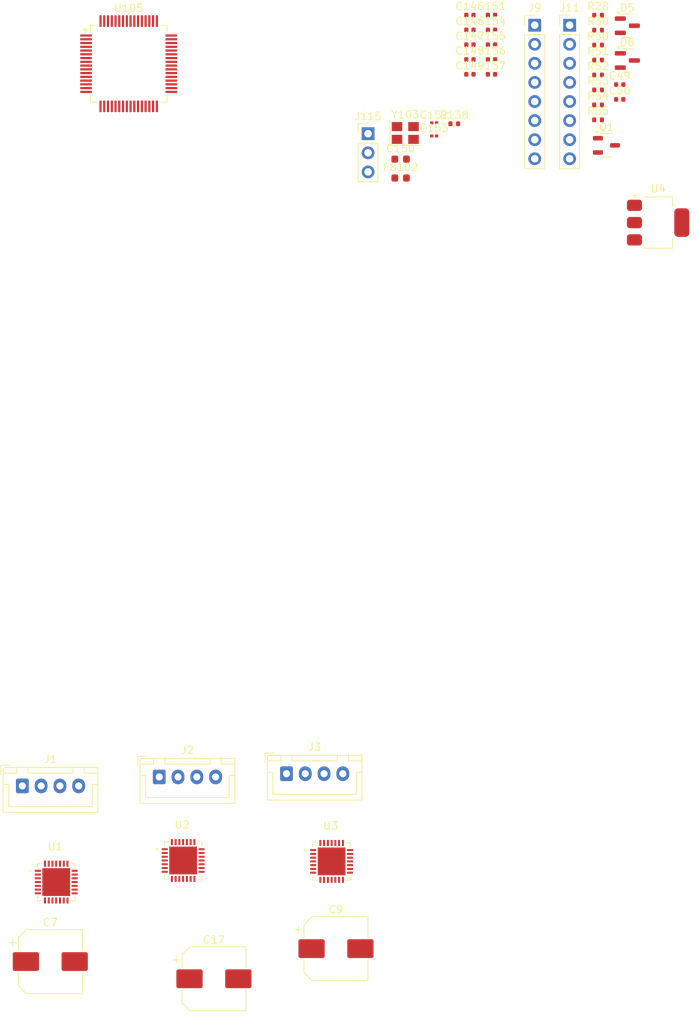
<source format=kicad_pcb>
(kicad_pcb (version 20241229) (generator "pcbnew") (generator_version "9.0")
  (layers (0 "F.Cu" signal) (2 "B.Cu" signal) (13 "F.Paste" user) (15 "B.Paste" user) (5 "F.SilkS" user "F.Silkscreen") (7 "B.SilkS" user "B.Silkscreen") (1 "F.Mask" user) (3 "B.Mask" user) (25 "Edge.Cuts" user))
  (net 0 "")
  (net 1 "+24V")
  (net 2 "GND")
  (net 3 "/heated-bed/BED_THERM_1")
  (net 4 "/heated-bed/BED_THERM_2")
  (net 5 "Net-(U105-PF0)")
  (net 6 "Net-(U105-PF1)")
  (net 7 "Net-(C147-Pad2)")
  (net 8 "+3V3")
  (net 9 "Net-(SW101-B)")
  (net 10 "+3V3A")
  (net 11 "Net-(D5-K-Pad3)")
  (net 12 "Net-(D6-K-Pad3)")
  (net 13 "Net-(J8-Pin_5)")
  (net 14 "Net-(J8-Pin_6)")
  (net 15 "Net-(J8-Pin_7)")
  (net 16 "Net-(J8-Pin_3)")
  (net 17 "Net-(J8-Pin_4)")
  (net 18 "Net-(J8-Pin_8)")
  (net 19 "Net-(J8-Pin_1)")
  (net 20 "Net-(J8-Pin_2)")
  (net 21 "+5V")
  (net 22 "/heated-bed/HEATED_BED-")
  (net 23 "5v")
  (net 24 "/heated-bed/10k_THB_INP")
  (net 25 "/heated-bed/100k_THB_INP")
  (net 26 "Net-(J115-Pin_2)")
  (net 27 "Net-(Q1-G)")
  (net 28 "/heated-bed/HEATED_BED_PWM")
  (net 29 "Net-(U105-PB8)")
  (net 33 "/drivers/MC_STEP")
  (net 34 "/computeboard/MB_UART_RX")
  (net 35 "/mcu/gpioPB7")
  (net 36 "/mcu/gpioPB12")
  (net 38 "/drivers/MA_ENABLE")
  (net 39 "/computeboard/MB_UART_TX")
  (net 40 "/mcu/gpioPB13")
  (net 41 "/drivers/MA_UART")
  (net 42 "/drivers/MA_DIR")
  (net 43 "/mcu/gpioPB11")
  (net 44 "/mcu/gpioPB15")
  (net 45 "/mcu/gpioPC15")
  (net 47 "/computeboard/MB_USB-")
  (net 48 "/mcu/gpioPB4")
  (net 50 "/drivers/MB_ENABLE")
  (net 51 "/computeboard/MB_USB+")
  (net 52 "/drivers/MC_DIAG")
  (net 53 "/mcu/I2C_SDA")
  (net 56 "/mcu/gpioPB6")
  (net 57 "/drivers/MB_DIR")
  (net 58 "/mcu/MT_UART_RX")
  (net 59 "/mcu/gpioPB3")
  (net 60 "/drivers/MA_DIAG")
  (net 61 "/drivers/MA_STEP")
  (net 62 "/drivers/MB_STEP")
  (net 63 "/mcu/FAN0_TACH")
  (net 64 "/mcu/gpioPC13")
  (net 65 "/mcu/gpioPB5")
  (net 66 "/mcu/I2C_SCL")
  (net 67 "/drivers/MB_DIAG")
  (net 69 "/drivers/MC_ENABLE")
  (net 70 "/mcu/FAN1_TACH")
  (net 71 "/mcu/gpioPC14")
  (net 73 "/mcu/FAN1_PWM")
  (net 76 "/drivers/MC_DIR")
  (net 77 "/mcu/FAN0_PWM")
  (net 78 "Net-(U1-CLK)")
  (net 81 "Net-(U1-BRB)")
  (net 82 "Net-(J1-Pin_4)")
  (net 84 "Net-(U1-DIAG)")
  (net 85 "Net-(J1-Pin_3)")
  (net 86 "Net-(U1-VCP)")
  (net 87 "Net-(U1-CPI)")
  (net 88 "Net-(U1-STEP)")
  (net 90 "Net-(J1-Pin_1)")
  (net 92 "Net-(J1-Pin_2)")
  (net 93 "Net-(U1-DIR)")
  (net 94 "Net-(U1-BRA)")
  (net 95 "Net-(U1-CPO)")
  (net 96 "Net-(U1-~{EN})")
  (net 97 "Net-(J2-Pin_3)")
  (net 99 "Net-(U2-BRA)")
  (net 100 "Net-(U2-DIAG)")
  (net 101 "Net-(U2-STEP)")
  (net 102 "Net-(J2-Pin_4)")
  (net 104 "Net-(U2-VCP)")
  (net 106 "Net-(U2-CPI)")
  (net 107 "Net-(U2-CLK)")
  (net 108 "Net-(U2-BRB)")
  (net 109 "Net-(U2-DIR)")
  (net 112 "Net-(U2-~{EN})")
  (net 113 "Net-(U2-CPO)")
  (net 114 "Net-(J2-Pin_1)")
  (net 115 "Net-(J2-Pin_2)")
  (net 116 "Net-(U3-DIR)")
  (net 117 "Net-(U3-CPI)")
  (net 118 "Net-(U3-BRA)")
  (net 119 "Net-(J3-Pin_2)")
  (net 120 "Net-(U3-DIAG)")
  (net 122 "Net-(J3-Pin_1)")
  (net 123 "Net-(J3-Pin_4)")
  (net 124 "Net-(U3-~{EN})")
  (net 125 "Net-(U3-CPO)")
  (net 127 "Net-(U3-VCP)")
  (net 128 "Net-(U3-STEP)")
  (net 130 "Net-(U3-BRB)")
  (net 132 "Net-(J3-Pin_3)")
  (net 134 "Net-(U3-CLK)")
  (footprint "Capacitor_SMD:C_0402_1005Metric" (layer "F.Cu") (at 134.175 68.26)
    (property "Reference" "C49" (at 0 -1.16 0) (layer "F.SilkS"))
    (property "Value" "100nF")
    (pad "1" smd roundrect (at -0.48 0) (size 0.56 0.62) (layers "F.Cu" "F.Mask" "F.Paste") (net 3 "/heated-bed/BED_THERM_1"))
    (pad "2" smd roundrect (at 0.48 0) (size 0.56 0.62) (layers "F.Cu" "F.Mask" "F.Paste") (net 2 "GND"))
  )
  (footprint "Resistor_SMD:R_0402_1005Metric" (layer "F.Cu") (at 131.285 66.98)
    (property "Reference" "R52" (at 0 -1.17 0) (layer "F.SilkS"))
    (property "Value" "2.37kR")
    (pad "1" smd roundrect (at -0.51 0) (size 0.54 0.64) (layers "F.Cu" "F.Mask" "F.Paste") (net 11 "Net-(D5-K-Pad3)"))
    (pad "2" smd roundrect (at 0.51 0) (size 0.54 0.64) (layers "F.Cu" "F.Mask" "F.Paste") (net 3 "/heated-bed/BED_THERM_1"))
  )
  (footprint "Package_QFP:LQFP-64_10x10mm_P0.5mm" (layer "F.Cu") (at 68.79 65.48)
    (property "Reference" "U105" (at 0 -7.4 0) (layer "F.SilkS"))
    (property "Value" "STM32G431RBT3")
    (pad "1" smd roundrect (at -5.675 -3.75) (size 1.55 0.3) (layers "F.Cu" "F.Mask" "F.Paste") (net 8 "+3V3"))
    (pad "2" smd roundrect (at -5.675 -3.25) (size 1.55 0.3) (layers "F.Cu" "F.Mask" "F.Paste") (net 64 "/mcu/gpioPC13"))
    (pad "3" smd roundrect (at -5.675 -2.75) (size 1.55 0.3) (layers "F.Cu" "F.Mask" "F.Paste") (net 71 "/mcu/gpioPC14"))
    (pad "4" smd roundrect (at -5.675 -2.25) (size 1.55 0.3) (layers "F.Cu" "F.Mask" "F.Paste") (net 45 "/mcu/gpioPC15"))
    (pad "5" smd roundrect (at -5.675 -1.75) (size 1.55 0.3) (layers "F.Cu" "F.Mask" "F.Paste") (net 5 "Net-(U105-PF0)"))
    (pad "6" smd roundrect (at -5.675 -1.25) (size 1.55 0.3) (layers "F.Cu" "F.Mask" "F.Paste") (net 6 "Net-(U105-PF1)"))
    (pad "7" smd roundrect (at -5.675 -0.75) (size 1.55 0.3) (layers "F.Cu" "F.Mask" "F.Paste") (net 9 "Net-(SW101-B)"))
    (pad "8" smd roundrect (at -5.675 -0.25) (size 1.55 0.3) (layers "F.Cu" "F.Mask" "F.Paste") (net 52 "/drivers/MC_DIAG"))
    (pad "9" smd roundrect (at -5.675 0.25) (size 1.55 0.3) (layers "F.Cu" "F.Mask" "F.Paste") (net 69 "/drivers/MC_ENABLE"))
    (pad "10" smd roundrect (at -5.675 0.75) (size 1.55 0.3) (layers "F.Cu" "F.Mask" "F.Paste") (net 76 "/drivers/MC_DIR"))
    (pad "11" smd roundrect (at -5.675 1.25) (size 1.55 0.3) (layers "F.Cu" "F.Mask" "F.Paste") (net 33 "/drivers/MC_STEP"))
    (pad "12" smd roundrect (at -5.675 1.75) (size 1.55 0.3) (layers "F.Cu" "F.Mask" "F.Paste"))
    (pad "13" smd roundrect (at -5.675 2.25) (size 1.55 0.3) (layers "F.Cu" "F.Mask" "F.Paste") (net 67 "/drivers/MB_DIAG"))
    (pad "14" smd roundrect (at -5.675 2.75) (size 1.55 0.3) (layers "F.Cu" "F.Mask" "F.Paste") (net 50 "/drivers/MB_ENABLE"))
    (pad "15" smd roundrect (at -5.675 3.25) (size 1.55 0.3) (layers "F.Cu" "F.Mask" "F.Paste") (net 2 "GND"))
    (pad "16" smd roundrect (at -5.675 3.75) (size 1.55 0.3) (layers "F.Cu" "F.Mask" "F.Paste") (net 8 "+3V3"))
    (pad "17" smd roundrect (at -3.75 5.675) (size 0.3 1.55) (layers "F.Cu" "F.Mask" "F.Paste") (net 57 "/drivers/MB_DIR"))
    (pad "18" smd roundrect (at -3.25 5.675) (size 0.3 1.55) (layers "F.Cu" "F.Mask" "F.Paste") (net 62 "/drivers/MB_STEP"))
    (pad "19" smd roundrect (at -2.75 5.675) (size 0.3 1.55) (layers "F.Cu" "F.Mask" "F.Paste") (net 60 "/drivers/MA_DIAG"))
    (pad "20" smd roundrect (at -2.25 5.675) (size 0.3 1.55) (layers "F.Cu" "F.Mask" "F.Paste") (net 38 "/drivers/MA_ENABLE"))
    (pad "21" smd roundrect (at -1.75 5.675) (size 0.3 1.55) (layers "F.Cu" "F.Mask" "F.Paste") (net 42 "/drivers/MA_DIR"))
    (pad "22" smd roundrect (at -1.25 5.675) (size 0.3 1.55) (layers "F.Cu" "F.Mask" "F.Paste") (net 41 "/drivers/MA_UART"))
    (pad "23" smd roundrect (at -0.75 5.675) (size 0.3 1.55) (layers "F.Cu" "F.Mask" "F.Paste") (net 58 "/mcu/MT_UART_RX"))
    (pad "24" smd roundrect (at -0.25 5.675) (size 0.3 1.55) (layers "F.Cu" "F.Mask" "F.Paste") (net 61 "/drivers/MA_STEP"))
    (pad "25" smd roundrect (at 0.25 5.675) (size 0.3 1.55) (layers "F.Cu" "F.Mask" "F.Paste"))
    (pad "26" smd roundrect (at 0.75 5.675) (size 0.3 1.55) (layers "F.Cu" "F.Mask" "F.Paste"))
    (pad "27" smd roundrect (at 1.25 5.675) (size 0.3 1.55) (layers "F.Cu" "F.Mask" "F.Paste") (net 2 "GND"))
    (pad "28" smd roundrect (at 1.75 5.675) (size 0.3 1.55) (layers "F.Cu" "F.Mask" "F.Paste") (net 10 "+3V3A"))
    (pad "29" smd roundrect (at 2.25 5.675) (size 0.3 1.55) (layers "F.Cu" "F.Mask" "F.Paste") (net 10 "+3V3A"))
    (pad "30" smd roundrect (at 2.75 5.675) (size 0.3 1.55) (layers "F.Cu" "F.Mask" "F.Paste"))
    (pad "31" smd roundrect (at 3.25 5.675) (size 0.3 1.55) (layers "F.Cu" "F.Mask" "F.Paste") (net 2 "GND"))
    (pad "32" smd roundrect (at 3.75 5.675) (size 0.3 1.55) (layers "F.Cu" "F.Mask" "F.Paste") (net 8 "+3V3"))
    (pad "33" smd roundrect (at 5.675 3.75) (size 1.55 0.3) (layers "F.Cu" "F.Mask" "F.Paste") (net 43 "/mcu/gpioPB11"))
    (pad "34" smd roundrect (at 5.675 3.25) (size 1.55 0.3) (layers "F.Cu" "F.Mask" "F.Paste") (net 36 "/mcu/gpioPB12"))
    (pad "35" smd roundrect (at 5.675 2.75) (size 1.55 0.3) (layers "F.Cu" "F.Mask" "F.Paste") (net 40 "/mcu/gpioPB13"))
    (pad "36" smd roundrect (at 5.675 2.25) (size 1.55 0.3) (layers "F.Cu" "F.Mask" "F.Paste") (net 3 "/heated-bed/BED_THERM_1"))
    (pad "37" smd roundrect (at 5.675 1.75) (size 1.55 0.3) (layers "F.Cu" "F.Mask" "F.Paste") (net 44 "/mcu/gpioPB15"))
    (pad "38" smd roundrect (at 5.675 1.25) (size 1.55 0.3) (layers "F.Cu" "F.Mask" "F.Paste") (net 28 "/heated-bed/HEATED_BED_PWM"))
    (pad "39" smd roundrect (at 5.675 0.75) (size 1.55 0.3) (layers "F.Cu" "F.Mask" "F.Paste") (net 77 "/mcu/FAN0_PWM"))
    (pad "40" smd roundrect (at 5.675 0.25) (size 1.55 0.3) (layers "F.Cu" "F.Mask" "F.Paste") (net 63 "/mcu/FAN0_TACH"))
    (pad "41" smd roundrect (at 5.675 -0.25) (size 1.55 0.3) (layers "F.Cu" "F.Mask" "F.Paste") (net 73 "/mcu/FAN1_PWM"))
    (pad "42" smd roundrect (at 5.675 -0.75) (size 1.55 0.3) (layers "F.Cu" "F.Mask" "F.Paste") (net 66 "/mcu/I2C_SCL"))
    (pad "43" smd roundrect (at 5.675 -1.25) (size 1.55 0.3) (layers "F.Cu" "F.Mask" "F.Paste") (net 4 "/heated-bed/BED_THERM_2"))
    (pad "44" smd roundrect (at 5.675 -1.75) (size 1.55 0.3) (layers "F.Cu" "F.Mask" "F.Paste") (net 70 "/mcu/FAN1_TACH"))
    (pad "45" smd roundrect (at 5.675 -2.25) (size 1.55 0.3) (layers "F.Cu" "F.Mask" "F.Paste") (net 47 "/computeboard/MB_USB-"))
    (pad "46" smd roundrect (at 5.675 -2.75) (size 1.55 0.3) (layers "F.Cu" "F.Mask" "F.Paste") (net 51 "/computeboard/MB_USB+"))
    (pad "47" smd roundrect (at 5.675 -3.25) (size 1.55 0.3) (layers "F.Cu" "F.Mask" "F.Paste") (net 2 "GND"))
    (pad "48" smd roundrect (at 5.675 -3.75) (size 1.55 0.3) (layers "F.Cu" "F.Mask" "F.Paste") (net 8 "+3V3"))
    (pad "49" smd roundrect (at 3.75 -5.675) (size 0.3 1.55) (layers "F.Cu" "F.Mask" "F.Paste"))
    (pad "50" smd roundrect (at 3.25 -5.675) (size 0.3 1.55) (layers "F.Cu" "F.Mask" "F.Paste") (net 39 "/computeboard/MB_UART_TX"))
    (pad "51" smd roundrect (at 2.75 -5.675) (size 0.3 1.55) (layers "F.Cu" "F.Mask" "F.Paste") (net 34 "/computeboard/MB_UART_RX"))
    (pad "52" smd roundrect (at 2.25 -5.675) (size 0.3 1.55) (layers "F.Cu" "F.Mask" "F.Paste"))
    (pad "53" smd roundrect (at 1.75 -5.675) (size 0.3 1.55) (layers "F.Cu" "F.Mask" "F.Paste") (net 53 "/mcu/I2C_SDA"))
    (pad "54" smd roundrect (at 1.25 -5.675) (size 0.3 1.55) (layers "F.Cu" "F.Mask" "F.Paste"))
    (pad "55" smd roundrect (at 0.75 -5.675) (size 0.3 1.55) (layers "F.Cu" "F.Mask" "F.Paste"))
    (pad "56" smd roundrect (at 0.25 -5.675) (size 0.3 1.55) (layers "F.Cu" "F.Mask" "F.Paste") (net 59 "/mcu/gpioPB3"))
    (pad "57" smd roundrect (at -0.25 -5.675) (size 0.3 1.55) (layers "F.Cu" "F.Mask" "F.Paste") (net 48 "/mcu/gpioPB4"))
    (pad "58" smd roundrect (at -0.75 -5.675) (size 0.3 1.55) (layers "F.Cu" "F.Mask" "F.Paste") (net 65 "/mcu/gpioPB5"))
    (pad "59" smd roundrect (at -1.25 -5.675) (size 0.3 1.55) (layers "F.Cu" "F.Mask" "F.Paste") (net 56 "/mcu/gpioPB6"))
    (pad "60" smd roundrect (at -1.75 -5.675) (size 0.3 1.55) (layers "F.Cu" "F.Mask" "F.Paste") (net 35 "/mcu/gpioPB7"))
    (pad "61" smd roundrect (at -2.25 -5.675) (size 0.3 1.55) (layers "F.Cu" "F.Mask" "F.Paste") (net 29 "Net-(U105-PB8)"))
    (pad "62" smd roundrect (at -2.75 -5.675) (size 0.3 1.55) (layers "F.Cu" "F.Mask" "F.Paste"))
    (pad "63" smd roundrect (at -3.25 -5.675) (size 0.3 1.55) (layers "F.Cu" "F.Mask" "F.Paste") (net 2 "GND"))
    (pad "64" smd roundrect (at -3.75 -5.675) (size 0.3 1.55) (layers "F.Cu" "F.Mask" "F.Paste") (net 8 "+3V3"))
  )
  (footprint "Capacitor_SMD:CP_Elec_8x10" (layer "F.Cu") (at 58.35 184.97)
    (property "Reference" "C7" (at 0 -5.2 0) (layer "F.SilkS"))
    (property "Value" "100uF")
    (pad "1" smd roundrect (at -3.25 0) (size 3.5 2.5) (layers "F.Cu" "F.Mask" "F.Paste") (roundrect_rratio 0.1) (net 1 "+24V"))
    (pad "2" smd roundrect (at 3.25 0) (size 3.5 2.5) (layers "F.Cu" "F.Mask" "F.Paste") (roundrect_rratio 0.1) (net 2 "GND"))
  )
  (footprint "Capacitor_SMD:CP_Elec_8x10" (layer "F.Cu") (at 96.39 183.25)
    (property "Reference" "C9" (at 0 -5.2 0) (layer "F.SilkS"))
    (property "Value" "100uF")
    (pad "1" smd roundrect (at -3.25 0) (size 3.5 2.5) (layers "F.Cu" "F.Mask" "F.Paste") (roundrect_rratio 0.1) (net 1 "+24V"))
    (pad "2" smd roundrect (at 3.25 0) (size 3.5 2.5) (layers "F.Cu" "F.Mask" "F.Paste") (roundrect_rratio 0.1) (net 2 "GND"))
  )
  (footprint "Capacitor_SMD:C_0402_1005Metric" (layer "F.Cu") (at 117.095 66.89)
    (property "Reference" "C157" (at 0 -1.16 0) (layer "F.SilkS"))
    (property "Value" "100nF")
    (pad "1" smd roundrect (at -0.48 0) (size 0.56 0.62) (layers "F.Cu" "F.Mask" "F.Paste") (net 8 "+3V3"))
    (pad "2" smd roundrect (at 0.48 0) (size 0.56 0.62) (layers "F.Cu" "F.Mask" "F.Paste") (net 7 "Net-(C147-Pad2)"))
  )
  (footprint "Connector_PinHeader_2.54mm:PinHeader_1x03_P2.54mm_Vertical" (layer "F.Cu") (at 100.665 74.8)
    (property "Reference" "J115" (at 0 -2.33 0) (layer "F.SilkS"))
    (property "Value" "BOOT")
    (pad "1" thru_hole rect (at 0 0) (size 1.7 1.7) (drill 1) (layers "*.Cu" "*.Mask") (net 8 "+3V3"))
    (pad "2" thru_hole oval (at 0 2.54) (size 1.7 1.7) (drill 1) (layers "*.Cu" "*.Mask") (net 26 "Net-(J115-Pin_2)"))
    (pad "3" thru_hole oval (at 0 5.08) (size 1.7 1.7) (drill 1) (layers "*.Cu" "*.Mask") (net 2 "GND"))
  )
  (footprint "footprints:TMC2209-LA" (layer "F.Cu") (at 76.04 171.52)
    (property "Reference" "U2" (at -0.135 -4.74 0) (layer "F.SilkS"))
    (property "Value" "TMC2209-LA")
    (pad "1" smd roundrect (at -2.45 -1.5) (size 0.81 0.27) (layers "F.Cu" "F.Mask" "F.Paste") (roundrect_rratio 0.125) (net 102 "Net-(J2-Pin_4)"))
    (pad "2" smd roundrect (at -2.45 -1) (size 0.81 0.27) (layers "F.Cu" "F.Mask" "F.Paste") (roundrect_rratio 0.125) (net 112 "Net-(U2-~{EN})"))
    (pad "3" smd roundrect (at -2.45 -0.5) (size 0.81 0.27) (layers "F.Cu" "F.Mask" "F.Paste") (roundrect_rratio 0.125) (net 2 "GND"))
    (pad "4" smd roundrect (at -2.45 0) (size 0.81 0.27) (layers "F.Cu" "F.Mask" "F.Paste") (roundrect_rratio 0.125) (net 113 "Net-(U2-CPO)"))
    (pad "5" smd roundrect (at -2.45 0.5) (size 0.81 0.27) (layers "F.Cu" "F.Mask" "F.Paste") (roundrect_rratio 0.125) (net 106 "Net-(U2-CPI)"))
    (pad "6" smd roundrect (at -2.45 1) (size 0.81 0.27) (layers "F.Cu" "F.Mask" "F.Paste") (roundrect_rratio 0.125) (net 104 "Net-(U2-VCP)"))
    (pad "7" smd roundrect (at -2.45 1.5) (size 0.81 0.27) (layers "F.Cu" "F.Mask" "F.Paste") (roundrect_rratio 0.125))
    (pad "8" smd roundrect (at -1.5 2.45) (size 0.27 0.81) (layers "F.Cu" "F.Mask" "F.Paste") (roundrect_rratio 0.125) (net 21 "+5V"))
    (pad "9" smd roundrect (at -1 2.45) (size 0.27 0.81) (layers "F.Cu" "F.Mask" "F.Paste") (roundrect_rratio 0.125) (net 8 "+3V3"))
    (pad "10" smd roundrect (at -0.5 2.45) (size 0.27 0.81) (layers "F.Cu" "F.Mask" "F.Paste") (roundrect_rratio 0.125) (net 2 "GND"))
    (pad "11" smd roundrect (at 0 2.45) (size 0.27 0.81) (layers "F.Cu" "F.Mask" "F.Paste") (roundrect_rratio 0.125) (net 100 "Net-(U2-DIAG)"))
    (pad "12" smd roundrect (at 0.5 2.45) (size 0.27 0.81) (layers "F.Cu" "F.Mask" "F.Paste") (roundrect_rratio 0.125))
    (pad "13" smd roundrect (at 1 2.45) (size 0.27 0.81) (layers "F.Cu" "F.Mask" "F.Paste") (roundrect_rratio 0.125) (net 107 "Net-(U2-CLK)"))
    (pad "14" smd roundrect (at 1.5 2.45) (size 0.27 0.81) (layers "F.Cu" "F.Mask" "F.Paste") (roundrect_rratio 0.125) (net 41 "/drivers/MA_UART"))
    (pad "15" smd roundrect (at 2.45 1.5) (size 0.81 0.27) (layers "F.Cu" "F.Mask" "F.Paste") (roundrect_rratio 0.125) (net 8 "+3V3"))
    (pad "16" smd roundrect (at 2.45 1) (size 0.81 0.27) (layers "F.Cu" "F.Mask" "F.Paste") (roundrect_rratio 0.125) (net 101 "Net-(U2-STEP)"))
    (pad "17" smd roundrect (at 2.45 0.5) (size 0.81 0.27) (layers "F.Cu" "F.Mask" "F.Paste") (roundrect_rratio 0.125))
    (pad "18" smd roundrect (at 2.45 0) (size 0.81 0.27) (layers "F.Cu" "F.Mask" "F.Paste") (roundrect_rratio 0.125) (net 2 "GND"))
    (pad "19" smd roundrect (at 2.45 -0.5) (size 0.81 0.27) (layers "F.Cu" "F.Mask" "F.Paste") (roundrect_rratio 0.125) (net 109 "Net-(U2-DIR)"))
    (pad "20" smd roundrect (at 2.45 -1) (size 0.81 0.27) (layers "F.Cu" "F.Mask" "F.Paste") (roundrect_rratio 0.125))
    (pad "21" smd roundrect (at 2.45 -1.5) (size 0.81 0.27) (layers "F.Cu" "F.Mask" "F.Paste") (roundrect_rratio 0.125) (net 97 "Net-(J2-Pin_3)"))
    (pad "22" smd roundrect (at 1.5 -2.45) (size 0.27 0.81) (layers "F.Cu" "F.Mask" "F.Paste") (roundrect_rratio 0.125) (net 1 "+24V"))
    (pad "23" smd roundrect (at 1 -2.45) (size 0.27 0.81) (layers "F.Cu" "F.Mask" "F.Paste") (roundrect_rratio 0.125) (net 99 "Net-(U2-BRA)"))
    (pad "24" smd roundrect (at 0.5 -2.45) (size 0.27 0.81) (layers "F.Cu" "F.Mask" "F.Paste") (roundrect_rratio 0.125) (net 114 "Net-(J2-Pin_1)"))
    (pad "25" smd roundrect (at 0 -2.45) (size 0.27 0.81) (layers "F.Cu" "F.Mask" "F.Paste") (roundrect_rratio 0.125))
    (pad "26" smd roundrect (at -0.5 -2.45) (size 0.27 0.81) (layers "F.Cu" "F.Mask" "F.Paste") (roundrect_rratio 0.125) (net 115 "Net-(J2-Pin_2)"))
    (pad "27" smd roundrect (at -1 -2.45) (size 0.27 0.81) (layers "F.Cu" "F.Mask" "F.Paste") (roundrect_rratio 0.125) (net 108 "Net-(U2-BRB)"))
    (pad "28" smd roundrect (at -1.5 -2.45) (size 0.27 0.81) (layers "F.Cu" "F.Mask" "F.Paste") (roundrect_rratio 0.125) (net 1 "+24V"))
    (pad "29" smd rect (at 0 0) (size 3.7 3.7) (layers "F.Cu" "F.Mask") (net 2 "GND"))
  )
  (footprint "Capacitor_SMD:C_0402_1005Metric" (layer "F.Cu") (at 114.225 64.92)
    (property "Reference" "C148" (at 0 -1.16 0) (layer "F.SilkS"))
    (property "Value" "100nF")
    (pad "1" smd roundrect (at -0.48 0) (size 0.56 0.62) (layers "F.Cu" "F.Mask" "F.Paste") (net 9 "Net-(SW101-B)"))
    (pad "2" smd roundrect (at 0.48 0) (size 0.56 0.62) (layers "F.Cu" "F.Mask" "F.Paste") (net 2 "GND"))
  )
  (footprint "Capacitor_SMD:C_0603_1608Metric" (layer "F.Cu") (at 104.995 78.18)
    (property "Reference" "C150" (at 0 -1.43 0) (layer "F.SilkS"))
    (property "Value" "10uF")
    (pad "1" smd roundrect (at -0.775 0) (size 0.9 0.95) (layers "F.Cu" "F.Mask" "F.Paste") (net 8 "+3V3"))
    (pad "2" smd roundrect (at 0.775 0) (size 0.9 0.95) (layers "F.Cu" "F.Mask" "F.Paste") (net 7 "Net-(C147-Pad2)"))
  )
  (footprint "Connector_JST:JST_XH_B4B-XH-A_1x04_P2.50mm_Vertical" (layer "F.Cu") (at 89.8 159.97)
    (property "Reference" "J3" (at 3.75 -3.55 0) (layer "F.SilkS"))
    (property "Value" "MotorJST")
    (pad "1" thru_hole roundrect (at 0 0) (size 1.7 1.95) (drill 0.95) (layers "*.Cu" "*.Mask") (roundrect_rratio 0.147059) (net 122 "Net-(J3-Pin_1)"))
    (pad "2" thru_hole oval (at 2.5 0) (size 1.7 1.95) (drill 0.95) (layers "*.Cu" "*.Mask") (net 119 "Net-(J3-Pin_2)"))
    (pad "3" thru_hole oval (at 5 0) (size 1.7 1.95) (drill 0.95) (layers "*.Cu" "*.Mask") (net 132 "Net-(J3-Pin_3)"))
    (pad "4" thru_hole oval (at 7.5 0) (size 1.7 1.95) (drill 0.95) (layers "*.Cu" "*.Mask") (net 123 "Net-(J3-Pin_4)"))
  )
  (footprint "footprints:TMC2209-LA" (layer "F.Cu") (at 59.14 174.39)
    (property "Reference" "U1" (at -0.135 -4.74 0) (layer "F.SilkS"))
    (property "Value" "TMC2209-LA")
    (pad "1" smd roundrect (at -2.45 -1.5) (size 0.81 0.27) (layers "F.Cu" "F.Mask" "F.Paste") (roundrect_rratio 0.125) (net 82 "Net-(J1-Pin_4)"))
    (pad "2" smd roundrect (at -2.45 -1) (size 0.81 0.27) (layers "F.Cu" "F.Mask" "F.Paste") (roundrect_rratio 0.125) (net 96 "Net-(U1-~{EN})"))
    (pad "3" smd roundrect (at -2.45 -0.5) (size 0.81 0.27) (layers "F.Cu" "F.Mask" "F.Paste") (roundrect_rratio 0.125) (net 2 "GND"))
    (pad "4" smd roundrect (at -2.45 0) (size 0.81 0.27) (layers "F.Cu" "F.Mask" "F.Paste") (roundrect_rratio 0.125) (net 95 "Net-(U1-CPO)"))
    (pad "5" smd roundrect (at -2.45 0.5) (size 0.81 0.27) (layers "F.Cu" "F.Mask" "F.Paste") (roundrect_rratio 0.125) (net 87 "Net-(U1-CPI)"))
    (pad "6" smd roundrect (at -2.45 1) (size 0.81 0.27) (layers "F.Cu" "F.Mask" "F.Paste") (roundrect_rratio 0.125) (net 86 "Net-(U1-VCP)"))
    (pad "7" smd roundrect (at -2.45 1.5) (size 0.81 0.27) (layers "F.Cu" "F.Mask" "F.Paste") (roundrect_rratio 0.125))
    (pad "8" smd roundrect (at -1.5 2.45) (size 0.27 0.81) (layers "F.Cu" "F.Mask" "F.Paste") (roundrect_rratio 0.125) (net 21 "+5V"))
    (pad "9" smd roundrect (at -1 2.45) (size 0.27 0.81) (layers "F.Cu" "F.Mask" "F.Paste") (roundrect_rratio 0.125) (net 2 "GND"))
    (pad "10" smd roundrect (at -0.5 2.45) (size 0.27 0.81) (layers "F.Cu" "F.Mask" "F.Paste") (roundrect_rratio 0.125) (net 2 "GND"))
    (pad "11" smd roundrect (at 0 2.45) (size 0.27 0.81) (layers "F.Cu" "F.Mask" "F.Paste") (roundrect_rratio 0.125) (net 84 "Net-(U1-DIAG)"))
    (pad "12" smd roundrect (at 0.5 2.45) (size 0.27 0.81) (layers "F.Cu" "F.Mask" "F.Paste") (roundrect_rratio 0.125))
    (pad "13" smd roundrect (at 1 2.45) (size 0.27 0.81) (layers "F.Cu" "F.Mask" "F.Paste") (roundrect_rratio 0.125) (net 78 "Net-(U1-CLK)"))
    (pad "14" smd roundrect (at 1.5 2.45) (size 0.27 0.81) (layers "F.Cu" "F.Mask" "F.Paste") (roundrect_rratio 0.125) (net 41 "/drivers/MA_UART"))
    (pad "15" smd roundrect (at 2.45 1.5) (size 0.81 0.27) (layers "F.Cu" "F.Mask" "F.Paste") (roundrect_rratio 0.125) (net 8 "+3V3"))
    (pad "16" smd roundrect (at 2.45 1) (size 0.81 0.27) (layers "F.Cu" "F.Mask" "F.Paste") (roundrect_rratio 0.125) (net 88 "Net-(U1-STEP)"))
    (pad "17" smd roundrect (at 2.45 0.5) (size 0.81 0.27) (layers "F.Cu" "F.Mask" "F.Paste") (roundrect_rratio 0.125))
    (pad "18" smd roundrect (at 2.45 0) (size 0.81 0.27) (layers "F.Cu" "F.Mask" "F.Paste") (roundrect_rratio 0.125) (net 2 "GND"))
    (pad "19" smd roundrect (at 2.45 -0.5) (size 0.81 0.27) (layers "F.Cu" "F.Mask" "F.Paste") (roundrect_rratio 0.125) (net 93 "Net-(U1-DIR)"))
    (pad "20" smd roundrect (at 2.45 -1) (size 0.81 0.27) (layers "F.Cu" "F.Mask" "F.Paste") (roundrect_rratio 0.125))
    (pad "21" smd roundrect (at 2.45 -1.5) (size 0.81 0.27) (layers "F.Cu" "F.Mask" "F.Paste") (roundrect_rratio 0.125) (net 85 "Net-(J1-Pin_3)"))
    (pad "22" smd roundrect (at 1.5 -2.45) (size 0.27 0.81) (layers "F.Cu" "F.Mask" "F.Paste") (roundrect_rratio 0.125) (net 1 "+24V"))
    (pad "23" smd roundrect (at 1 -2.45) (size 0.27 0.81) (layers "F.Cu" "F.Mask" "F.Paste") (roundrect_rratio 0.125) (net 94 "Net-(U1-BRA)"))
    (pad "24" smd roundrect (at 0.5 -2.45) (size 0.27 0.81) (layers "F.Cu" "F.Mask" "F.Paste") (roundrect_rratio 0.125) (net 90 "Net-(J1-Pin_1)"))
    (pad "25" smd roundrect (at 0 -2.45) (size 0.27 0.81) (layers "F.Cu" "F.Mask" "F.Paste") (roundrect_rratio 0.125))
    (pad "26" smd roundrect (at -0.5 -2.45) (size 0.27 0.81) (layers "F.Cu" "F.Mask" "F.Paste") (roundrect_rratio 0.125) (net 92 "Net-(J1-Pin_2)"))
    (pad "27" smd roundrect (at -1 -2.45) (size 0.27 0.81) (layers "F.Cu" "F.Mask" "F.Paste") (roundrect_rratio 0.125) (net 81 "Net-(U1-BRB)"))
    (pad "28" smd roundrect (at -1.5 -2.45) (size 0.27 0.81) (layers "F.Cu" "F.Mask" "F.Paste") (roundrect_rratio 0.125) (net 1 "+24V"))
    (pad "29" smd rect (at 0 0) (size 3.7 3.7) (layers "F.Cu" "F.Mask") (net 2 "GND"))
  )
  (footprint "footprints:TMC2209-LA" (layer "F.Cu") (at 95.81 171.64)
    (property "Reference" "U3" (at -0.135 -4.74 0) (layer "F.SilkS"))
    (property "Value" "TMC2209-LA")
    (pad "1" smd roundrect (at -2.45 -1.5) (size 0.81 0.27) (layers "F.Cu" "F.Mask" "F.Paste") (roundrect_rratio 0.125) (net 123 "Net-(J3-Pin_4)"))
    (pad "2" smd roundrect (at -2.45 -1) (size 0.81 0.27) (layers "F.Cu" "F.Mask" "F.Paste") (roundrect_rratio 0.125) (net 124 "Net-(U3-~{EN})"))
    (pad "3" smd roundrect (at -2.45 -0.5) (size 0.81 0.27) (layers "F.Cu" "F.Mask" "F.Paste") (roundrect_rratio 0.125) (net 2 "GND"))
    (pad "4" smd roundrect (at -2.45 0) (size 0.81 0.27) (layers "F.Cu" "F.Mask" "F.Paste") (roundrect_rratio 0.125) (net 125 "Net-(U3-CPO)"))
    (pad "5" smd roundrect (at -2.45 0.5) (size 0.81 0.27) (layers "F.Cu" "F.Mask" "F.Paste") (roundrect_rratio 0.125) (net 117 "Net-(U3-CPI)"))
    (pad "6" smd roundrect (at -2.45 1) (size 0.81 0.27) (layers "F.Cu" "F.Mask" "F.Paste") (roundrect_rratio 0.125) (net 127 "Net-(U3-VCP)"))
    (pad "7" smd roundrect (at -2.45 1.5) (size 0.81 0.27) (layers "F.Cu" "F.Mask" "F.Paste") (roundrect_rratio 0.125))
    (pad "8" smd roundrect (at -1.5 2.45) (size 0.27 0.81) (layers "F.Cu" "F.Mask" "F.Paste") (roundrect_rratio 0.125) (net 21 "+5V"))
    (pad "9" smd roundrect (at -1 2.45) (size 0.27 0.81) (layers "F.Cu" "F.Mask" "F.Paste") (roundrect_rratio 0.125) (net 2 "GND"))
    (pad "10" smd roundrect (at -0.5 2.45) (size 0.27 0.81) (layers "F.Cu" "F.Mask" "F.Paste") (roundrect_rratio 0.125) (net 8 "+3V3"))
    (pad "11" smd roundrect (at 0 2.45) (size 0.27 0.81) (layers "F.Cu" "F.Mask" "F.Paste") (roundrect_rratio 0.125) (net 120 "Net-(U3-DIAG)"))
    (pad "12" smd roundrect (at 0.5 2.45) (size 0.27 0.81) (layers "F.Cu" "F.Mask" "F.Paste") (roundrect_rratio 0.125))
    (pad "13" smd roundrect (at 1 2.45) (size 0.27 0.81) (layers "F.Cu" "F.Mask" "F.Paste") (roundrect_rratio 0.125) (net 134 "Net-(U3-CLK)"))
    (pad "14" smd roundrect (at 1.5 2.45) (size 0.27 0.81) (layers "F.Cu" "F.Mask" "F.Paste") (roundrect_rratio 0.125) (net 41 "/drivers/MA_UART"))
    (pad "15" smd roundrect (at 2.45 1.5) (size 0.81 0.27) (layers "F.Cu" "F.Mask" "F.Paste") (roundrect_rratio 0.125) (net 8 "+3V3"))
    (pad "16" smd roundrect (at 2.45 1) (size 0.81 0.27) (layers "F.Cu" "F.Mask" "F.Paste") (roundrect_rratio 0.125) (net 128 "Net-(U3-STEP)"))
    (pad "17" smd roundrect (at 2.45 0.5) (size 0.81 0.27) (layers "F.Cu" "F.Mask" "F.Paste") (roundrect_rratio 0.125))
    (pad "18" smd roundrect (at 2.45 0) (size 0.81 0.27) (layers "F.Cu" "F.Mask" "F.Paste") (roundrect_rratio 0.125) (net 2 "GND"))
    (pad "19" smd roundrect (at 2.45 -0.5) (size 0.81 0.27) (layers "F.Cu" "F.Mask" "F.Paste") (roundrect_rratio 0.125) (net 116 "Net-(U3-DIR)"))
    (pad "20" smd roundrect (at 2.45 -1) (size 0.81 0.27) (layers "F.Cu" "F.Mask" "F.Paste") (roundrect_rratio 0.125))
    (pad "21" smd roundrect (at 2.45 -1.5) (size 0.81 0.27) (layers "F.Cu" "F.Mask" "F.Paste") (roundrect_rratio 0.125) (net 132 "Net-(J3-Pin_3)"))
    (pad "22" smd roundrect (at 1.5 -2.45) (size 0.27 0.81) (layers "F.Cu" "F.Mask" "F.Paste") (roundrect_rratio 0.125) (net 1 "+24V"))
    (pad "23" smd roundrect (at 1 -2.45) (size 0.27 0.81) (layers "F.Cu" "F.Mask" "F.Paste") (roundrect_rratio 0.125) (net 118 "Net-(U3-BRA)"))
    (pad "24" smd roundrect (at 0.5 -2.45) (size 0.27 0.81) (layers "F.Cu" "F.Mask" "F.Paste") (roundrect_rratio 0.125) (net 122 "Net-(J3-Pin_1)"))
    (pad "25" smd roundrect (at 0 -2.45) (size 0.27 0.81) (layers "F.Cu" "F.Mask" "F.Paste") (roundrect_rratio 0.125))
    (pad "26" smd roundrect (at -0.5 -2.45) (size 0.27 0.81) (layers "F.Cu" "F.Mask" "F.Paste") (roundrect_rratio 0.125) (net 119 "Net-(J3-Pin_2)"))
    (pad "27" smd roundrect (at -1 -2.45) (size 0.27 0.81) (layers "F.Cu" "F.Mask" "F.Paste") (roundrect_rratio 0.125) (net 130 "Net-(U3-BRB)"))
    (pad "28" smd roundrect (at -1.5 -2.45) (size 0.27 0.81) (layers "F.Cu" "F.Mask" "F.Paste") (roundrect_rratio 0.125) (net 1 "+24V"))
    (pad "29" smd rect (at 0 0) (size 3.7 3.7) (layers "F.Cu" "F.Mask") (net 2 "GND"))
  )
  (footprint "Capacitor_SMD:C_0201_0603Metric" (layer "F.Cu") (at 109.465 75.1)
    (property "Reference" "C153" (at 0 -1.05 0) (layer "F.SilkS"))
    (property "Value" "1uF")
    (pad "1" smd roundrect (at -0.32 0) (size 0.46 0.4) (layers "F.Cu" "F.Mask") (net 8 "+3V3"))
    (pad "2" smd roundrect (at 0.32 0) (size 0.46 0.4) (layers "F.Cu" "F.Mask") (net 2 "GND"))
  )
  (footprint "Connector_JST:JST_XH_B4B-XH-A_1x04_P2.50mm_Vertical" (layer "F.Cu") (at 54.63 161.595)
    (property "Reference" "J1" (at 3.75 -3.55 0) (layer "F.SilkS"))
    (property "Value" "MotorJST")
    (pad "1" thru_hole roundrect (at 0 0) (size 1.7 1.95) (drill 0.95) (layers "*.Cu" "*.Mask") (roundrect_rratio 0.147059) (net 90 "Net-(J1-Pin_1)"))
    (pad "2" thru_hole oval (at 2.5 0) (size 1.7 1.95) (drill 0.95) (layers "*.Cu" "*.Mask") (net 92 "Net-(J1-Pin_2)"))
    (pad "3" thru_hole oval (at 5 0) (size 1.7 1.95) (drill 0.95) (layers "*.Cu" "*.Mask") (net 85 "Net-(J1-Pin_3)"))
    (pad "4" thru_hole oval (at 7.5 0) (size 1.7 1.95) (drill 0.95) (layers "*.Cu" "*.Mask") (net 82 "Net-(J1-Pin_4)"))
  )
  (footprint "Package_TO_SOT_SMD:SOT-23-3" (layer "F.Cu") (at 132.405 76.345)
    (property "Reference" "Q1" (at 0 -2.4 0) (layer "F.SilkS"))
    (property "Value" "NMOS")
    (pad "1" smd roundrect (at -1.1375 -0.95) (size 1.325 0.6) (layers "F.Cu" "F.Mask" "F.Paste") (net 22 "/heated-bed/HEATED_BED-"))
    (pad "2" smd roundrect (at -1.1375 0.95) (size 1.325 0.6) (layers "F.Cu" "F.Mask" "F.Paste") (net 27 "Net-(Q1-G)"))
    (pad "3" smd roundrect (at 1.1375 0) (size 1.325 0.6) (layers "F.Cu" "F.Mask" "F.Paste") (net 2 "GND"))
  )
  (footprint "Crystal:Crystal_SMD_3225-4Pin_3.2x2.5mm" (layer "F.Cu") (at 105.615 74.7)
    (property "Reference" "Y103" (at 0 -2.45 0) (layer "F.SilkS"))
    (property "Value" "Crystal_GND24")
    (pad "1" smd rect (at -1.1 0.85) (size 1.4 1.2) (layers "F.Cu" "F.Mask" "F.Paste") (net 5 "Net-(U105-PF0)"))
    (pad "2" smd rect (at 1.1 0.85) (size 1.4 1.2) (layers "F.Cu" "F.Mask" "F.Paste") (net 2 "GND"))
    (pad "3" smd rect (at 1.1 -0.85) (size 1.4 1.2) (layers "F.Cu" "F.Mask" "F.Paste") (net 6 "Net-(U105-PF1)"))
    (pad "4" smd rect (at -1.1 -0.85) (size 1.4 1.2) (layers "F.Cu" "F.Mask" "F.Paste") (net 2 "GND"))
  )
  (footprint "Capacitor_SMD:C_0402_1005Metric" (layer "F.Cu") (at 117.095 60.98)
    (property "Reference" "C154" (at 0 -1.16 0) (layer "F.SilkS"))
    (property "Value" "100nF")
    (pad "1" smd roundrect (at -0.48 0) (size 0.56 0.62) (layers "F.Cu" "F.Mask" "F.Paste") (net 8 "+3V3"))
    (pad "2" smd roundrect (at 0.48 0) (size 0.56 0.62) (layers "F.Cu" "F.Mask" "F.Paste") (net 7 "Net-(C147-Pad2)"))
  )
  (footprint "Capacitor_SMD:C_0402_1005Metric" (layer "F.Cu") (at 114.225 62.95)
    (property "Reference" "C147" (at 0 -1.16 0) (layer "F.SilkS"))
    (property "Value" "100nF")
    (pad "1" smd roundrect (at -0.48 0) (size 0.56 0.62) (layers "F.Cu" "F.Mask" "F.Paste") (net 8 "+3V3"))
    (pad "2" smd roundrect (at 0.48 0) (size 0.56 0.62) (layers "F.Cu" "F.Mask" "F.Paste") (net 7 "Net-(C147-Pad2)"))
  )
  (footprint "Resistor_SMD:R_0402_1005Metric" (layer "F.Cu") (at 131.285 64.99)
    (property "Reference" "R51" (at 0 -1.17 0) (layer "F.SilkS"))
    (property "Value" "2.37kR")
    (pad "1" smd roundrect (at -0.51 0) (size 0.54 0.64) (layers "F.Cu" "F.Mask" "F.Paste") (net 25 "/heated-bed/100k_THB_INP"))
    (pad "2" smd roundrect (at 0.51 0) (size 0.54 0.64) (layers "F.Cu" "F.Mask" "F.Paste") (net 11 "Net-(D5-K-Pad3)"))
  )
  (footprint "Connector_JST:JST_XH_B4B-XH-A_1x04_P2.50mm_Vertical" (layer "F.Cu") (at 72.86 160.4)
    (property "Reference" "J2" (at 3.75 -3.55 0) (layer "F.SilkS"))
    (property "Value" "MotorJST")
    (pad "1" thru_hole roundrect (at 0 0) (size 1.7 1.95) (drill 0.95) (layers "*.Cu" "*.Mask") (roundrect_rratio 0.147059) (net 114 "Net-(J2-Pin_1)"))
    (pad "2" thru_hole oval (at 2.5 0) (size 1.7 1.95) (drill 0.95) (layers "*.Cu" "*.Mask") (net 115 "Net-(J2-Pin_2)"))
    (pad "3" thru_hole oval (at 5 0) (size 1.7 1.95) (drill 0.95) (layers "*.Cu" "*.Mask") (net 97 "Net-(J2-Pin_3)"))
    (pad "4" thru_hole oval (at 7.5 0) (size 1.7 1.95) (drill 0.95) (layers "*.Cu" "*.Mask") (net 102 "Net-(J2-Pin_4)"))
  )
  (footprint "Resistor_SMD:R_0402_1005Metric" (layer "F.Cu") (at 112.145 73.47)
    (property "Reference" "R138" (at 0 -1.17 0) (layer "F.SilkS"))
    (property "Value" "10kR")
    (pad "1" smd roundrect (at -0.51 0) (size 0.54 0.64) (layers "F.Cu" "F.Mask" "F.Paste") (net 26 "Net-(J115-Pin_2)"))
    (pad "2" smd roundrect (at 0.51 0) (size 0.54 0.64) (layers "F.Cu" "F.Mask" "F.Paste") (net 29 "Net-(U105-PB8)"))
  )
  (footprint "Connector_PinHeader_2.54mm:PinHeader_1x08_P2.54mm_Vertical" (layer "F.Cu") (at 127.505 60.35)
    (property "Reference" "J11" (at 0 -2.33 0) (layer "F.SilkS"))
    (property "Value" "FPC2")
    (pad "1" thru_hole rect (at 0 0) (size 1.7 1.7) (drill 1) (layers "*.Cu" "*.Mask") (net 21 "+5V"))
    (pad "2" thru_hole oval (at 0 2.54) (size 1.7 1.7) (drill 1) (layers "*.Cu" "*.Mask") (net 25 "/heated-bed/100k_THB_INP"))
    (pad "3" thru_hole oval (at 0 5.08) (size 1.7 1.7) (drill 1) (layers "*.Cu" "*.Mask") (net 2 "GND"))
    (pad "4" thru_hole oval (at 0 7.62) (size 1.7 1.7) (drill 1) (layers "*.Cu" "*.Mask") (net 24 "/heated-bed/10k_THB_INP"))
    (pad "5" thru_hole oval (at 0 10.16) (size 1.7 1.7) (drill 1) (layers "*.Cu" "*.Mask") (net 2 "GND"))
    (pad "6" thru_hole oval (at 0 12.7) (size 1.7 1.7) (drill 1) (layers "*.Cu" "*.Mask") (net 23 "5v"))
    (pad "7" thru_hole oval (at 0 15.24) (size 1.7 1.7) (drill 1) (layers "*.Cu" "*.Mask") (net 22 "/heated-bed/HEATED_BED-"))
    (pad "8" thru_hole oval (at 0 17.78) (size 1.7 1.7) (drill 1) (layers "*.Cu" "*.Mask") (net 2 "GND"))
  )
  (footprint "Resistor_SMD:R_0402_1005Metric" (layer "F.Cu") (at 131.285 59.02)
    (property "Reference" "R28" (at 0 -1.17 0) (layer "F.SilkS"))
    (property "Value" "10R")
    (pad "1" smd roundrect (at -0.51 0) (size 0.54 0.64) (layers "F.Cu" "F.Mask" "F.Paste") (net 28 "/heated-bed/HEATED_BED_PWM"))
    (pad "2" smd roundrect (at 0.51 0) (size 0.54 0.64) (layers "F.Cu" "F.Mask" "F.Paste") (net 27 "Net-(Q1-G)"))
  )
  (footprint "Capacitor_SMD:C_0402_1005Metric" (layer "F.Cu") (at 114.225 59.01)
    (property "Reference" "C145" (at 0 -1.16 0) (layer "F.SilkS"))
    (property "Value" "30pF")
    (pad "1" smd roundrect (at -0.48 0) (size 0.56 0.62) (layers "F.Cu" "F.Mask" "F.Paste") (net 5 "Net-(U105-PF0)"))
    (pad "2" smd roundrect (at 0.48 0) (size 0.56 0.62) (layers "F.Cu" "F.Mask" "F.Paste") (net 2 "GND"))
  )
  (footprint "Package_TO_SOT_SMD:SOT-23" (layer "F.Cu") (at 135.185 60.425)
    (property "Reference" "D5" (at 0 -2.4 0) (layer "F.SilkS"))
    (property "Value" "BAV99")
    (pad "1" smd roundrect (at -0.9375 -0.95) (size 1.475 0.6) (layers "F.Cu" "F.Mask" "F.Paste") (net 2 "GND"))
    (pad "2" smd roundrect (at -0.9375 0.95) (size 1.475 0.6) (layers "F.Cu" "F.Mask" "F.Paste") (net 10 "+3V3A"))
    (pad "3" smd roundrect (at 0.9375 0) (size 1.475 0.6) (layers "F.Cu" "F.Mask" "F.Paste") (net 11 "Net-(D5-K-Pad3)"))
  )
  (footprint "Capacitor_SMD:CP_Elec_8x10" (layer "F.Cu") (at 80.14 187.26)
    (property "Reference" "C17" (at 0 -5.2 0) (layer "F.SilkS"))
    (property "Value" "100uF")
    (pad "1" smd roundrect (at -3.25 0) (size 3.5 2.5) (layers "F.Cu" "F.Mask" "F.Paste") (roundrect_rratio 0.1) (net 1 "+24V"))
    (pad "2" smd roundrect (at 3.25 0) (size 3.5 2.5) (layers "F.Cu" "F.Mask" "F.Paste") (roundrect_rratio 0.1) (net 2 "GND"))
  )
  (footprint "Resistor_SMD:R_0402_1005Metric" (layer "F.Cu") (at 131.285 68.97)
    (property "Reference" "R53" (at 0 -1.17 0) (layer "F.SilkS"))
    (property "Value" "4.7kR")
    (pad "1" smd roundrect (at -0.51 0) (size 0.54 0.64) (layers "F.Cu" "F.Mask" "F.Paste") (net 10 "+3V3A"))
    (pad "2" smd roundrect (at 0.51 0) (size 0.54 0.64) (layers "F.Cu" "F.Mask" "F.Paste") (net 24 "/heated-bed/10k_THB_INP"))
  )
  (footprint "Resistor_SMD:R_0402_1005Metric" (layer "F.Cu") (at 131.285 70.96)
    (property "Reference" "R54" (at 0 -1.17 0) (layer "F.SilkS"))
    (property "Value" "2.37kR")
    (pad "1" smd roundrect (at -0.51 0) (size 0.54 0.64) (layers "F.Cu" "F.Mask" "F.Paste") (net 24 "/heated-bed/10k_THB_INP"))
    (pad "2" smd roundrect (at 0.51 0) (size 0.54 0.64) (layers "F.Cu" "F.Mask" "F.Paste") (net 12 "Net-(D6-K-Pad3)"))
  )
  (footprint "Connector_PinHeader_2.54mm:PinHeader_1x08_P2.54mm_Vertical" (layer "F.Cu") (at 122.855 60.35)
    (property "Reference" "J9" (at 0 -2.33 0) (layer "F.SilkS"))
    (property "Value" "FPC1")
    (pad "1" thru_hole rect (at 0 0) (size 1.7 1.7) (drill 1) (layers "*.Cu" "*.Mask") (net 19 "Net-(J8-Pin_1)"))
    (pad "2" thru_hole oval (at 0 2.54) (size 1.7 1.7) (drill 1) (layers "*.Cu" "*.Mask") (net 20 "Net-(J8-Pin_2)"))
    (pad "3" thru_hole oval (at 0 5.08) (size 1.7 1.7) (drill 1) (layers "*.Cu" "*.Mask") (net 16 "Net-(J8-Pin_3)"))
    (pad "4" thru_hole oval (at 0 7.62) (size 1.7 1.7) (drill 1) (layers "*.Cu" "*.Mask") (net 17 "Net-(J8-Pin_4)"))
    (pad "5" thru_hole oval (at 0 10.16) (size 1.7 1.7) (drill 1) (layers "*.Cu" "*.Mask") (net 13 "Net-(J8-Pin_5)"))
    (pad "6" thru_hole oval (at 0 12.7) (size 1.7 1.7) (drill 1) (layers "*.Cu" "*.Mask") (net 14 "Net-(J8-Pin_6)"))
    (pad "7" thru_hole oval (at 0 15.24) (size 1.7 1.7) (drill 1) (layers "*.Cu" "*.Mask") (net 15 "Net-(J8-Pin_7)"))
    (pad "8" thru_hole oval (at 0 17.78) (size 1.7 1.7) (drill 1) (layers "*.Cu" "*.Mask") (net 18 "Net-(J8-Pin_8)"))
  )
  (footprint "Package_TO_SOT_SMD:SOT-223-3_TabPin2" (layer "F.Cu") (at 139.285 86.625)
    (property "Reference" "U4" (at 0 -4.5 0) (layer "F.SilkS"))
    (property "Value" "AMS1117-3.3")
    (pad "1" smd roundrect (at -3.15 -2.3) (size 2 1.5) (layers "F.Cu" "F.Mask" "F.Paste"))
    (pad "2" smd roundrect (at -3.15 0) (size 2 1.5) (layers "F.Cu" "F.Mask" "F.Paste"))
    (pad "2" smd roundrect (at 3.15 0) (size 2 3.8) (layers "F.Cu" "F.Mask" "F.Paste"))
    (pad "3" smd roundrect (at -3.15 2.3) (size 2 1.5) (layers "F.Cu" "F.Mask" "F.Paste"))
  )
  (footprint "Capacitor_SMD:C_0603_1608Metric" (layer "F.Cu") (at 104.995 80.69)
    (property "Reference" "FB102" (at 0 -1.43 0) (layer "F.SilkS"))
    (property "Value" "120r 100MHz")
    (pad "1" smd roundrect (at -0.775 0) (size 0.9 0.95) (layers "F.Cu" "F.Mask" "F.Paste") (net 10 "+3V3A"))
    (pad "2" smd roundrect (at 0.775 0) (size 0.9 0.95) (layers "F.Cu" "F.Mask" "F.Paste") (net 8 "+3V3"))
  )
  (footprint "Capacitor_SMD:C_0201_0603Metric" (layer "F.Cu") (at 109.465 73.35)
    (property "Reference" "C152" (at 0 -1.05 0) (layer "F.SilkS"))
    (property "Value" "1uF")
    (pad "1" smd roundrect (at -0.32 0) (size 0.46 0.4) (layers "F.Cu" "F.Mask") (net 10 "+3V3A"))
    (pad "2" smd roundrect (at 0.32 0) (size 0.46 0.4) (layers "F.Cu" "F.Mask") (net 2 "GND"))
  )
  (footprint "Resistor_SMD:R_0402_1005Metric" (layer "F.Cu") (at 131.285 72.95)
    (property "Reference" "R55" (at 0 -1.17 0) (layer "F.SilkS"))
    (property "Value" "2.37kR")
    (pad "1" smd roundrect (at -0.51 0) (size 0.54 0.64) (layers "F.Cu" "F.Mask" "F.Paste") (net 12 "Net-(D6-K-Pad3)"))
    (pad "2" smd roundrect (at 0.51 0) (size 0.54 0.64) (layers "F.Cu" "F.Mask" "F.Paste") (net 4 "/heated-bed/BED_THERM_2"))
  )
  (footprint "Resistor_SMD:R_0402_1005Metric" (layer "F.Cu") (at 131.285 61.01)
    (property "Reference" "R30" (at 0 -1.17 0) (layer "F.SilkS"))
    (property "Value" "20kR")
    (pad "1" smd roundrect (at -0.51 0) (size 0.54 0.64) (layers "F.Cu" "F.Mask" "F.Paste") (net 28 "/heated-bed/HEATED_BED_PWM"))
    (pad "2" smd roundrect (at 0.51 0) (size 0.54 0.64) (layers "F.Cu" "F.Mask" "F.Paste") (net 2 "GND"))
  )
  (footprint "Capacitor_SMD:C_0402_1005Metric" (layer "F.Cu") (at 114.225 66.89)
    (property "Reference" "C149" (at 0 -1.16 0) (layer "F.SilkS"))
    (property "Value" "100nF")
    (pad "1" smd roundrect (at -0.48 0) (size 0.56 0.62) (layers "F.Cu" "F.Mask" "F.Paste") (net 8 "+3V3"))
    (pad "2" smd roundrect (at 0.48 0) (size 0.56 0.62) (layers "F.Cu" "F.Mask" "F.Paste") (net 7 "Net-(C147-Pad2)"))
  )
  (footprint "Capacitor_SMD:C_0402_1005Metric" (layer "F.Cu") (at 134.175 70.23)
    (property "Reference" "C50" (at 0 -1.16 0) (layer "F.SilkS"))
    (property "Value" "100nF")
    (pad "1" smd roundrect (at -0.48 0) (size 0.56 0.62) (layers "F.Cu" "F.Mask" "F.Paste") (net 4 "/heated-bed/BED_THERM_2"))
    (pad "2" smd roundrect (at 0.48 0) (size 0.56 0.62) (layers "F.Cu" "F.Mask" "F.Paste") (net 2 "GND"))
  )
  (footprint "Capacitor_SMD:C_0402_1005Metric" (layer "F.Cu") (at 117.095 62.95)
    (property "Reference" "C155" (at 0 -1.16 0) (layer "F.SilkS"))
    (property "Value" "100nF")
    (pad "1" smd roundrect (at -0.48 0) (size 0.56 0.62) (layers "F.Cu" "F.Mask" "F.Paste") (net 8 "+3V3"))
    (pad "2" smd roundrect (at 0.48 0) (size 0.56 0.62) (layers "F.Cu" "F.Mask" "F.Paste") (net 7 "Net-(C147-Pad2)"))
  )
  (footprint "Resistor_SMD:R_0402_1005Metric" (layer "F.Cu") (at 131.285 63)
    (property "Reference" "R50" (at 0 -1.17 0) (layer "F.SilkS"))
    (property "Value" "4.7kR")
    (pad "1" smd roundrect (at -0.51 0) (size 0.54 0.64) (layers "F.Cu" "F.Mask" "F.Paste") (net 10 "+3V3A"))
    (pad "2" smd roundrect (at 0.51 0) (size 0.54 0.64) (layers "F.Cu" "F.Mask" "F.Paste") (net 25 "/heated-bed/100k_THB_INP"))
  )
  (footprint "Capacitor_SMD:C_0402_1005Metric" (layer "F.Cu") (at 114.225 60.98)
    (property "Reference" "C146" (at 0 -1.16 0) (layer "F.SilkS"))
    (property "Value" "30pF")
    (pad "1" smd roundrect (at -0.48 0) (size 0.56 0.62) (layers "F.Cu" "F.Mask" "F.Paste") (net 6 "Net-(U105-PF1)"))
    (pad "2" smd roundrect (at 0.48 0) (size 0.56 0.62) (layers "F.Cu" "F.Mask" "F.Paste") (net 2 "GND"))
  )
  (footprint "Package_TO_SOT_SMD:SOT-23" (layer "F.Cu") (at 135.185 65.05)
    (property "Reference" "D6" (at 0 -2.4 0) (layer "F.SilkS"))
    (property "Value" "BAV99")
    (pad "1" smd roundrect (at -0.9375 -0.95) (size 1.475 0.6) (layers "F.Cu" "F.Mask" "F.Paste") (net 2 "GND"))
    (pad "2" smd roundrect (at -0.9375 0.95) (size 1.475 0.6) (layers "F.Cu" "F.Mask" "F.Paste") (net 10 "+3V3A"))
    (pad "3" smd roundrect (at 0.9375 0) (size 1.475 0.6) (layers "F.Cu" "F.Mask" "F.Paste") (net 12 "Net-(D6-K-Pad3)"))
  )
  (footprint "Capacitor_SMD:C_0402_1005Metric" (layer "F.Cu") (at 117.095 64.92)
    (property "Reference" "C156" (at 0 -1.16 0) (layer "F.SilkS"))
    (property "Value" "100nF")
    (pad "1" smd roundrect (at -0.48 0) (size 0.56 0.62) (layers "F.Cu" "F.Mask" "F.Paste") (net 8 "+3V3"))
    (pad "2" smd roundrect (at 0.48 0) (size 0.56 0.62) (layers "F.Cu" "F.Mask" "F.Paste") (net 7 "Net-(C147-Pad2)"))
  )
  (footprint "Capacitor_SMD:C_0402_1005Metric" (layer "F.Cu") (at 117.095 59.01)
    (property "Reference" "C151" (at 0 -1.16 0) (layer "F.SilkS"))
    (property "Value" "10nF")
    (pad "1" smd roundrect (at -0.48 0) (size 0.56 0.62) (layers "F.Cu" "F.Mask" "F.Paste") (net 10 "+3V3A"))
    (pad "2" smd roundrect (at 0.48 0) (size 0.56 0.62) (layers "F.Cu" "F.Mask" "F.Paste") (net 2 "GND"))
  )
)
</source>
